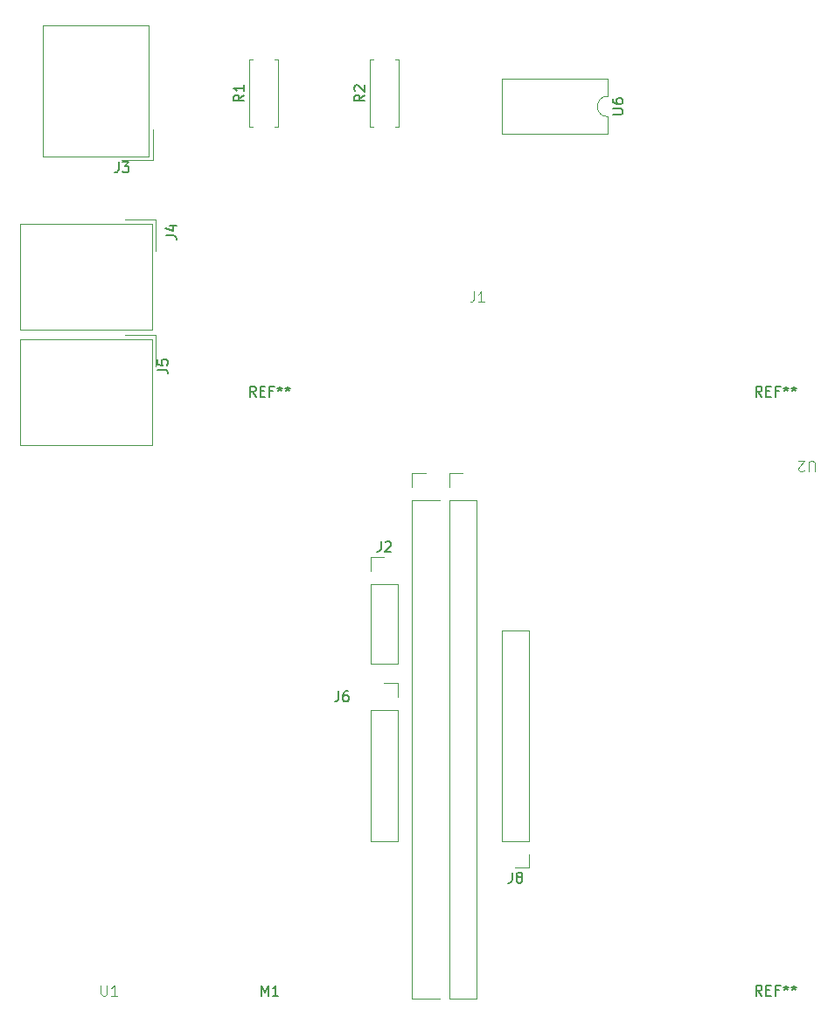
<source format=gbr>
%TF.GenerationSoftware,KiCad,Pcbnew,7.0.5*%
%TF.CreationDate,2023-06-09T18:15:06-05:00*%
%TF.ProjectId,pcbpai,70636270-6169-42e6-9b69-6361645f7063,rev?*%
%TF.SameCoordinates,Original*%
%TF.FileFunction,Legend,Top*%
%TF.FilePolarity,Positive*%
%FSLAX46Y46*%
G04 Gerber Fmt 4.6, Leading zero omitted, Abs format (unit mm)*
G04 Created by KiCad (PCBNEW 7.0.5) date 2023-06-09 18:15:06*
%MOMM*%
%LPD*%
G01*
G04 APERTURE LIST*
%ADD10C,0.150000*%
%ADD11C,0.100000*%
%ADD12C,0.120000*%
G04 APERTURE END LIST*
D10*
%TO.C,J6*%
X160666666Y-126454819D02*
X160666666Y-127169104D01*
X160666666Y-127169104D02*
X160619047Y-127311961D01*
X160619047Y-127311961D02*
X160523809Y-127407200D01*
X160523809Y-127407200D02*
X160380952Y-127454819D01*
X160380952Y-127454819D02*
X160285714Y-127454819D01*
X161571428Y-126454819D02*
X161380952Y-126454819D01*
X161380952Y-126454819D02*
X161285714Y-126502438D01*
X161285714Y-126502438D02*
X161238095Y-126550057D01*
X161238095Y-126550057D02*
X161142857Y-126692914D01*
X161142857Y-126692914D02*
X161095238Y-126883390D01*
X161095238Y-126883390D02*
X161095238Y-127264342D01*
X161095238Y-127264342D02*
X161142857Y-127359580D01*
X161142857Y-127359580D02*
X161190476Y-127407200D01*
X161190476Y-127407200D02*
X161285714Y-127454819D01*
X161285714Y-127454819D02*
X161476190Y-127454819D01*
X161476190Y-127454819D02*
X161571428Y-127407200D01*
X161571428Y-127407200D02*
X161619047Y-127359580D01*
X161619047Y-127359580D02*
X161666666Y-127264342D01*
X161666666Y-127264342D02*
X161666666Y-127026247D01*
X161666666Y-127026247D02*
X161619047Y-126931009D01*
X161619047Y-126931009D02*
X161571428Y-126883390D01*
X161571428Y-126883390D02*
X161476190Y-126835771D01*
X161476190Y-126835771D02*
X161285714Y-126835771D01*
X161285714Y-126835771D02*
X161190476Y-126883390D01*
X161190476Y-126883390D02*
X161142857Y-126931009D01*
X161142857Y-126931009D02*
X161095238Y-127026247D01*
D11*
%TO.C,J1*%
X173786666Y-87777419D02*
X173786666Y-88491704D01*
X173786666Y-88491704D02*
X173739047Y-88634561D01*
X173739047Y-88634561D02*
X173643809Y-88729800D01*
X173643809Y-88729800D02*
X173500952Y-88777419D01*
X173500952Y-88777419D02*
X173405714Y-88777419D01*
X174786666Y-88777419D02*
X174215238Y-88777419D01*
X174500952Y-88777419D02*
X174500952Y-87777419D01*
X174500952Y-87777419D02*
X174405714Y-87920276D01*
X174405714Y-87920276D02*
X174310476Y-88015514D01*
X174310476Y-88015514D02*
X174215238Y-88063133D01*
D10*
%TO.C,M1*%
X153190476Y-155954819D02*
X153190476Y-154954819D01*
X153190476Y-154954819D02*
X153523809Y-155669104D01*
X153523809Y-155669104D02*
X153857142Y-154954819D01*
X153857142Y-154954819D02*
X153857142Y-155954819D01*
X154857142Y-155954819D02*
X154285714Y-155954819D01*
X154571428Y-155954819D02*
X154571428Y-154954819D01*
X154571428Y-154954819D02*
X154476190Y-155097676D01*
X154476190Y-155097676D02*
X154380952Y-155192914D01*
X154380952Y-155192914D02*
X154285714Y-155240533D01*
%TO.C,R1*%
X151514819Y-68746666D02*
X151038628Y-69079999D01*
X151514819Y-69318094D02*
X150514819Y-69318094D01*
X150514819Y-69318094D02*
X150514819Y-68937142D01*
X150514819Y-68937142D02*
X150562438Y-68841904D01*
X150562438Y-68841904D02*
X150610057Y-68794285D01*
X150610057Y-68794285D02*
X150705295Y-68746666D01*
X150705295Y-68746666D02*
X150848152Y-68746666D01*
X150848152Y-68746666D02*
X150943390Y-68794285D01*
X150943390Y-68794285D02*
X150991009Y-68841904D01*
X150991009Y-68841904D02*
X151038628Y-68937142D01*
X151038628Y-68937142D02*
X151038628Y-69318094D01*
X151514819Y-67794285D02*
X151514819Y-68365713D01*
X151514819Y-68079999D02*
X150514819Y-68079999D01*
X150514819Y-68079999D02*
X150657676Y-68175237D01*
X150657676Y-68175237D02*
X150752914Y-68270475D01*
X150752914Y-68270475D02*
X150800533Y-68365713D01*
%TO.C,J2*%
X164766666Y-111964819D02*
X164766666Y-112679104D01*
X164766666Y-112679104D02*
X164719047Y-112821961D01*
X164719047Y-112821961D02*
X164623809Y-112917200D01*
X164623809Y-112917200D02*
X164480952Y-112964819D01*
X164480952Y-112964819D02*
X164385714Y-112964819D01*
X165195238Y-112060057D02*
X165242857Y-112012438D01*
X165242857Y-112012438D02*
X165338095Y-111964819D01*
X165338095Y-111964819D02*
X165576190Y-111964819D01*
X165576190Y-111964819D02*
X165671428Y-112012438D01*
X165671428Y-112012438D02*
X165719047Y-112060057D01*
X165719047Y-112060057D02*
X165766666Y-112155295D01*
X165766666Y-112155295D02*
X165766666Y-112250533D01*
X165766666Y-112250533D02*
X165719047Y-112393390D01*
X165719047Y-112393390D02*
X165147619Y-112964819D01*
X165147619Y-112964819D02*
X165766666Y-112964819D01*
%TO.C,REF\u002A\u002A*%
X201666666Y-97954819D02*
X201333333Y-97478628D01*
X201095238Y-97954819D02*
X201095238Y-96954819D01*
X201095238Y-96954819D02*
X201476190Y-96954819D01*
X201476190Y-96954819D02*
X201571428Y-97002438D01*
X201571428Y-97002438D02*
X201619047Y-97050057D01*
X201619047Y-97050057D02*
X201666666Y-97145295D01*
X201666666Y-97145295D02*
X201666666Y-97288152D01*
X201666666Y-97288152D02*
X201619047Y-97383390D01*
X201619047Y-97383390D02*
X201571428Y-97431009D01*
X201571428Y-97431009D02*
X201476190Y-97478628D01*
X201476190Y-97478628D02*
X201095238Y-97478628D01*
X202095238Y-97431009D02*
X202428571Y-97431009D01*
X202571428Y-97954819D02*
X202095238Y-97954819D01*
X202095238Y-97954819D02*
X202095238Y-96954819D01*
X202095238Y-96954819D02*
X202571428Y-96954819D01*
X203333333Y-97431009D02*
X203000000Y-97431009D01*
X203000000Y-97954819D02*
X203000000Y-96954819D01*
X203000000Y-96954819D02*
X203476190Y-96954819D01*
X204000000Y-96954819D02*
X204000000Y-97192914D01*
X203761905Y-97097676D02*
X204000000Y-97192914D01*
X204000000Y-97192914D02*
X204238095Y-97097676D01*
X203857143Y-97383390D02*
X204000000Y-97192914D01*
X204000000Y-97192914D02*
X204142857Y-97383390D01*
X204761905Y-96954819D02*
X204761905Y-97192914D01*
X204523810Y-97097676D02*
X204761905Y-97192914D01*
X204761905Y-97192914D02*
X205000000Y-97097676D01*
X204619048Y-97383390D02*
X204761905Y-97192914D01*
X204761905Y-97192914D02*
X204904762Y-97383390D01*
%TO.C,U6*%
X187204819Y-70611904D02*
X188014342Y-70611904D01*
X188014342Y-70611904D02*
X188109580Y-70564285D01*
X188109580Y-70564285D02*
X188157200Y-70516666D01*
X188157200Y-70516666D02*
X188204819Y-70421428D01*
X188204819Y-70421428D02*
X188204819Y-70230952D01*
X188204819Y-70230952D02*
X188157200Y-70135714D01*
X188157200Y-70135714D02*
X188109580Y-70088095D01*
X188109580Y-70088095D02*
X188014342Y-70040476D01*
X188014342Y-70040476D02*
X187204819Y-70040476D01*
X187204819Y-69135714D02*
X187204819Y-69326190D01*
X187204819Y-69326190D02*
X187252438Y-69421428D01*
X187252438Y-69421428D02*
X187300057Y-69469047D01*
X187300057Y-69469047D02*
X187442914Y-69564285D01*
X187442914Y-69564285D02*
X187633390Y-69611904D01*
X187633390Y-69611904D02*
X188014342Y-69611904D01*
X188014342Y-69611904D02*
X188109580Y-69564285D01*
X188109580Y-69564285D02*
X188157200Y-69516666D01*
X188157200Y-69516666D02*
X188204819Y-69421428D01*
X188204819Y-69421428D02*
X188204819Y-69230952D01*
X188204819Y-69230952D02*
X188157200Y-69135714D01*
X188157200Y-69135714D02*
X188109580Y-69088095D01*
X188109580Y-69088095D02*
X188014342Y-69040476D01*
X188014342Y-69040476D02*
X187776247Y-69040476D01*
X187776247Y-69040476D02*
X187681009Y-69088095D01*
X187681009Y-69088095D02*
X187633390Y-69135714D01*
X187633390Y-69135714D02*
X187585771Y-69230952D01*
X187585771Y-69230952D02*
X187585771Y-69421428D01*
X187585771Y-69421428D02*
X187633390Y-69516666D01*
X187633390Y-69516666D02*
X187681009Y-69564285D01*
X187681009Y-69564285D02*
X187776247Y-69611904D01*
%TO.C,REF\u002A\u002A*%
X201666666Y-155954819D02*
X201333333Y-155478628D01*
X201095238Y-155954819D02*
X201095238Y-154954819D01*
X201095238Y-154954819D02*
X201476190Y-154954819D01*
X201476190Y-154954819D02*
X201571428Y-155002438D01*
X201571428Y-155002438D02*
X201619047Y-155050057D01*
X201619047Y-155050057D02*
X201666666Y-155145295D01*
X201666666Y-155145295D02*
X201666666Y-155288152D01*
X201666666Y-155288152D02*
X201619047Y-155383390D01*
X201619047Y-155383390D02*
X201571428Y-155431009D01*
X201571428Y-155431009D02*
X201476190Y-155478628D01*
X201476190Y-155478628D02*
X201095238Y-155478628D01*
X202095238Y-155431009D02*
X202428571Y-155431009D01*
X202571428Y-155954819D02*
X202095238Y-155954819D01*
X202095238Y-155954819D02*
X202095238Y-154954819D01*
X202095238Y-154954819D02*
X202571428Y-154954819D01*
X203333333Y-155431009D02*
X203000000Y-155431009D01*
X203000000Y-155954819D02*
X203000000Y-154954819D01*
X203000000Y-154954819D02*
X203476190Y-154954819D01*
X204000000Y-154954819D02*
X204000000Y-155192914D01*
X203761905Y-155097676D02*
X204000000Y-155192914D01*
X204000000Y-155192914D02*
X204238095Y-155097676D01*
X203857143Y-155383390D02*
X204000000Y-155192914D01*
X204000000Y-155192914D02*
X204142857Y-155383390D01*
X204761905Y-154954819D02*
X204761905Y-155192914D01*
X204523810Y-155097676D02*
X204761905Y-155192914D01*
X204761905Y-155192914D02*
X205000000Y-155097676D01*
X204619048Y-155383390D02*
X204761905Y-155192914D01*
X204761905Y-155192914D02*
X204904762Y-155383390D01*
%TO.C,J3*%
X139366666Y-75234819D02*
X139366666Y-75949104D01*
X139366666Y-75949104D02*
X139319047Y-76091961D01*
X139319047Y-76091961D02*
X139223809Y-76187200D01*
X139223809Y-76187200D02*
X139080952Y-76234819D01*
X139080952Y-76234819D02*
X138985714Y-76234819D01*
X139747619Y-75234819D02*
X140366666Y-75234819D01*
X140366666Y-75234819D02*
X140033333Y-75615771D01*
X140033333Y-75615771D02*
X140176190Y-75615771D01*
X140176190Y-75615771D02*
X140271428Y-75663390D01*
X140271428Y-75663390D02*
X140319047Y-75711009D01*
X140319047Y-75711009D02*
X140366666Y-75806247D01*
X140366666Y-75806247D02*
X140366666Y-76044342D01*
X140366666Y-76044342D02*
X140319047Y-76139580D01*
X140319047Y-76139580D02*
X140271428Y-76187200D01*
X140271428Y-76187200D02*
X140176190Y-76234819D01*
X140176190Y-76234819D02*
X139890476Y-76234819D01*
X139890476Y-76234819D02*
X139795238Y-76187200D01*
X139795238Y-76187200D02*
X139747619Y-76139580D01*
%TO.C,J4*%
X143954819Y-82333333D02*
X144669104Y-82333333D01*
X144669104Y-82333333D02*
X144811961Y-82380952D01*
X144811961Y-82380952D02*
X144907200Y-82476190D01*
X144907200Y-82476190D02*
X144954819Y-82619047D01*
X144954819Y-82619047D02*
X144954819Y-82714285D01*
X144288152Y-81428571D02*
X144954819Y-81428571D01*
X143907200Y-81666666D02*
X144621485Y-81904761D01*
X144621485Y-81904761D02*
X144621485Y-81285714D01*
D11*
%TO.C,U2*%
X206771904Y-105182580D02*
X206771904Y-104373057D01*
X206771904Y-104373057D02*
X206724285Y-104277819D01*
X206724285Y-104277819D02*
X206676666Y-104230200D01*
X206676666Y-104230200D02*
X206581428Y-104182580D01*
X206581428Y-104182580D02*
X206390952Y-104182580D01*
X206390952Y-104182580D02*
X206295714Y-104230200D01*
X206295714Y-104230200D02*
X206248095Y-104277819D01*
X206248095Y-104277819D02*
X206200476Y-104373057D01*
X206200476Y-104373057D02*
X206200476Y-105182580D01*
X205771904Y-105087342D02*
X205724285Y-105134961D01*
X205724285Y-105134961D02*
X205629047Y-105182580D01*
X205629047Y-105182580D02*
X205390952Y-105182580D01*
X205390952Y-105182580D02*
X205295714Y-105134961D01*
X205295714Y-105134961D02*
X205248095Y-105087342D01*
X205248095Y-105087342D02*
X205200476Y-104992104D01*
X205200476Y-104992104D02*
X205200476Y-104896866D01*
X205200476Y-104896866D02*
X205248095Y-104754009D01*
X205248095Y-104754009D02*
X205819523Y-104182580D01*
X205819523Y-104182580D02*
X205200476Y-104182580D01*
D10*
%TO.C,REF\u002A\u002A*%
X152666666Y-97954819D02*
X152333333Y-97478628D01*
X152095238Y-97954819D02*
X152095238Y-96954819D01*
X152095238Y-96954819D02*
X152476190Y-96954819D01*
X152476190Y-96954819D02*
X152571428Y-97002438D01*
X152571428Y-97002438D02*
X152619047Y-97050057D01*
X152619047Y-97050057D02*
X152666666Y-97145295D01*
X152666666Y-97145295D02*
X152666666Y-97288152D01*
X152666666Y-97288152D02*
X152619047Y-97383390D01*
X152619047Y-97383390D02*
X152571428Y-97431009D01*
X152571428Y-97431009D02*
X152476190Y-97478628D01*
X152476190Y-97478628D02*
X152095238Y-97478628D01*
X153095238Y-97431009D02*
X153428571Y-97431009D01*
X153571428Y-97954819D02*
X153095238Y-97954819D01*
X153095238Y-97954819D02*
X153095238Y-96954819D01*
X153095238Y-96954819D02*
X153571428Y-96954819D01*
X154333333Y-97431009D02*
X154000000Y-97431009D01*
X154000000Y-97954819D02*
X154000000Y-96954819D01*
X154000000Y-96954819D02*
X154476190Y-96954819D01*
X155000000Y-96954819D02*
X155000000Y-97192914D01*
X154761905Y-97097676D02*
X155000000Y-97192914D01*
X155000000Y-97192914D02*
X155238095Y-97097676D01*
X154857143Y-97383390D02*
X155000000Y-97192914D01*
X155000000Y-97192914D02*
X155142857Y-97383390D01*
X155761905Y-96954819D02*
X155761905Y-97192914D01*
X155523810Y-97097676D02*
X155761905Y-97192914D01*
X155761905Y-97192914D02*
X156000000Y-97097676D01*
X155619048Y-97383390D02*
X155761905Y-97192914D01*
X155761905Y-97192914D02*
X155904762Y-97383390D01*
%TO.C,R2*%
X163184819Y-68746666D02*
X162708628Y-69079999D01*
X163184819Y-69318094D02*
X162184819Y-69318094D01*
X162184819Y-69318094D02*
X162184819Y-68937142D01*
X162184819Y-68937142D02*
X162232438Y-68841904D01*
X162232438Y-68841904D02*
X162280057Y-68794285D01*
X162280057Y-68794285D02*
X162375295Y-68746666D01*
X162375295Y-68746666D02*
X162518152Y-68746666D01*
X162518152Y-68746666D02*
X162613390Y-68794285D01*
X162613390Y-68794285D02*
X162661009Y-68841904D01*
X162661009Y-68841904D02*
X162708628Y-68937142D01*
X162708628Y-68937142D02*
X162708628Y-69318094D01*
X162280057Y-68365713D02*
X162232438Y-68318094D01*
X162232438Y-68318094D02*
X162184819Y-68222856D01*
X162184819Y-68222856D02*
X162184819Y-67984761D01*
X162184819Y-67984761D02*
X162232438Y-67889523D01*
X162232438Y-67889523D02*
X162280057Y-67841904D01*
X162280057Y-67841904D02*
X162375295Y-67794285D01*
X162375295Y-67794285D02*
X162470533Y-67794285D01*
X162470533Y-67794285D02*
X162613390Y-67841904D01*
X162613390Y-67841904D02*
X163184819Y-68413332D01*
X163184819Y-68413332D02*
X163184819Y-67794285D01*
D11*
%TO.C,U1*%
X137668095Y-154947419D02*
X137668095Y-155756942D01*
X137668095Y-155756942D02*
X137715714Y-155852180D01*
X137715714Y-155852180D02*
X137763333Y-155899800D01*
X137763333Y-155899800D02*
X137858571Y-155947419D01*
X137858571Y-155947419D02*
X138049047Y-155947419D01*
X138049047Y-155947419D02*
X138144285Y-155899800D01*
X138144285Y-155899800D02*
X138191904Y-155852180D01*
X138191904Y-155852180D02*
X138239523Y-155756942D01*
X138239523Y-155756942D02*
X138239523Y-154947419D01*
X139239523Y-155947419D02*
X138668095Y-155947419D01*
X138953809Y-155947419D02*
X138953809Y-154947419D01*
X138953809Y-154947419D02*
X138858571Y-155090276D01*
X138858571Y-155090276D02*
X138763333Y-155185514D01*
X138763333Y-155185514D02*
X138668095Y-155233133D01*
D10*
%TO.C,J5*%
X143154819Y-95333333D02*
X143869104Y-95333333D01*
X143869104Y-95333333D02*
X144011961Y-95380952D01*
X144011961Y-95380952D02*
X144107200Y-95476190D01*
X144107200Y-95476190D02*
X144154819Y-95619047D01*
X144154819Y-95619047D02*
X144154819Y-95714285D01*
X143154819Y-94380952D02*
X143154819Y-94857142D01*
X143154819Y-94857142D02*
X143631009Y-94904761D01*
X143631009Y-94904761D02*
X143583390Y-94857142D01*
X143583390Y-94857142D02*
X143535771Y-94761904D01*
X143535771Y-94761904D02*
X143535771Y-94523809D01*
X143535771Y-94523809D02*
X143583390Y-94428571D01*
X143583390Y-94428571D02*
X143631009Y-94380952D01*
X143631009Y-94380952D02*
X143726247Y-94333333D01*
X143726247Y-94333333D02*
X143964342Y-94333333D01*
X143964342Y-94333333D02*
X144059580Y-94380952D01*
X144059580Y-94380952D02*
X144107200Y-94428571D01*
X144107200Y-94428571D02*
X144154819Y-94523809D01*
X144154819Y-94523809D02*
X144154819Y-94761904D01*
X144154819Y-94761904D02*
X144107200Y-94857142D01*
X144107200Y-94857142D02*
X144059580Y-94904761D01*
%TO.C,J8*%
X177466666Y-144024819D02*
X177466666Y-144739104D01*
X177466666Y-144739104D02*
X177419047Y-144881961D01*
X177419047Y-144881961D02*
X177323809Y-144977200D01*
X177323809Y-144977200D02*
X177180952Y-145024819D01*
X177180952Y-145024819D02*
X177085714Y-145024819D01*
X178085714Y-144453390D02*
X177990476Y-144405771D01*
X177990476Y-144405771D02*
X177942857Y-144358152D01*
X177942857Y-144358152D02*
X177895238Y-144262914D01*
X177895238Y-144262914D02*
X177895238Y-144215295D01*
X177895238Y-144215295D02*
X177942857Y-144120057D01*
X177942857Y-144120057D02*
X177990476Y-144072438D01*
X177990476Y-144072438D02*
X178085714Y-144024819D01*
X178085714Y-144024819D02*
X178276190Y-144024819D01*
X178276190Y-144024819D02*
X178371428Y-144072438D01*
X178371428Y-144072438D02*
X178419047Y-144120057D01*
X178419047Y-144120057D02*
X178466666Y-144215295D01*
X178466666Y-144215295D02*
X178466666Y-144262914D01*
X178466666Y-144262914D02*
X178419047Y-144358152D01*
X178419047Y-144358152D02*
X178371428Y-144405771D01*
X178371428Y-144405771D02*
X178276190Y-144453390D01*
X178276190Y-144453390D02*
X178085714Y-144453390D01*
X178085714Y-144453390D02*
X177990476Y-144501009D01*
X177990476Y-144501009D02*
X177942857Y-144548628D01*
X177942857Y-144548628D02*
X177895238Y-144643866D01*
X177895238Y-144643866D02*
X177895238Y-144834342D01*
X177895238Y-144834342D02*
X177942857Y-144929580D01*
X177942857Y-144929580D02*
X177990476Y-144977200D01*
X177990476Y-144977200D02*
X178085714Y-145024819D01*
X178085714Y-145024819D02*
X178276190Y-145024819D01*
X178276190Y-145024819D02*
X178371428Y-144977200D01*
X178371428Y-144977200D02*
X178419047Y-144929580D01*
X178419047Y-144929580D02*
X178466666Y-144834342D01*
X178466666Y-144834342D02*
X178466666Y-144643866D01*
X178466666Y-144643866D02*
X178419047Y-144548628D01*
X178419047Y-144548628D02*
X178371428Y-144501009D01*
X178371428Y-144501009D02*
X178276190Y-144453390D01*
D12*
%TO.C,J6*%
X163770000Y-128270000D02*
X163770000Y-141030000D01*
X163770000Y-128270000D02*
X166430000Y-128270000D01*
X163770000Y-141030000D02*
X166430000Y-141030000D01*
X165100000Y-125670000D02*
X166430000Y-125670000D01*
X166430000Y-125670000D02*
X166430000Y-127000000D01*
X166430000Y-128270000D02*
X166430000Y-141030000D01*
%TO.C,R1*%
X152060000Y-71850000D02*
X152060000Y-65310000D01*
X152390000Y-71850000D02*
X152060000Y-71850000D01*
X154470000Y-71850000D02*
X154800000Y-71850000D01*
X154800000Y-71850000D02*
X154800000Y-65310000D01*
X152060000Y-65310000D02*
X152390000Y-65310000D01*
X154800000Y-65310000D02*
X154470000Y-65310000D01*
%TO.C,J2*%
X163770000Y-113510000D02*
X165100000Y-113510000D01*
X163770000Y-114840000D02*
X163770000Y-113510000D01*
X163770000Y-116110000D02*
X163770000Y-123790000D01*
X163770000Y-116110000D02*
X166430000Y-116110000D01*
X163770000Y-123790000D02*
X166430000Y-123790000D01*
X166430000Y-116110000D02*
X166430000Y-123790000D01*
%TO.C,U6*%
X186750000Y-67200000D02*
X176470000Y-67200000D01*
X176470000Y-67200000D02*
X176470000Y-72500000D01*
X186750000Y-68850000D02*
X186750000Y-67200000D01*
X186750000Y-72500000D02*
X186750000Y-70850000D01*
X176470000Y-72500000D02*
X186750000Y-72500000D01*
X186750000Y-68850000D02*
G75*
G03*
X186750000Y-70850000I0J-1000000D01*
G01*
%TO.C,J3*%
X142700000Y-75080000D02*
X139700000Y-75080000D01*
X142700000Y-72080000D02*
X142700000Y-75080000D01*
X142320000Y-74700000D02*
X142320000Y-61960000D01*
X142320000Y-74700000D02*
X142320000Y-61960000D01*
X142320000Y-74700000D02*
X132080000Y-74700000D01*
X142320000Y-74700000D02*
X132080000Y-74700000D01*
X142320000Y-61960000D02*
X132080000Y-61960000D01*
X142320000Y-61960000D02*
X132080000Y-61960000D01*
X132080000Y-74700000D02*
X132080000Y-61960000D01*
X132080000Y-74700000D02*
X132080000Y-61960000D01*
%TO.C,J4*%
X143000000Y-80820000D02*
X143000000Y-83820000D01*
X140000000Y-80820000D02*
X143000000Y-80820000D01*
X142620000Y-81200000D02*
X129880000Y-81200000D01*
X142620000Y-81200000D02*
X129880000Y-81200000D01*
X142620000Y-81200000D02*
X142620000Y-91440000D01*
X142620000Y-81200000D02*
X142620000Y-91440000D01*
X129880000Y-81200000D02*
X129880000Y-91440000D01*
X129880000Y-81200000D02*
X129880000Y-91440000D01*
X142620000Y-91440000D02*
X129880000Y-91440000D01*
X142620000Y-91440000D02*
X129880000Y-91440000D01*
%TO.C,R2*%
X163730000Y-71850000D02*
X163730000Y-65310000D01*
X164060000Y-71850000D02*
X163730000Y-71850000D01*
X166140000Y-71850000D02*
X166470000Y-71850000D01*
X166470000Y-71850000D02*
X166470000Y-65310000D01*
X163730000Y-65310000D02*
X164060000Y-65310000D01*
X166470000Y-65310000D02*
X166140000Y-65310000D01*
%TO.C,J5*%
X143000000Y-92000000D02*
X143000000Y-95000000D01*
X140000000Y-92000000D02*
X143000000Y-92000000D01*
X142620000Y-92380000D02*
X129880000Y-92380000D01*
X142620000Y-92380000D02*
X129880000Y-92380000D01*
X142620000Y-92380000D02*
X142620000Y-102620000D01*
X142620000Y-92380000D02*
X142620000Y-102620000D01*
X129880000Y-92380000D02*
X129880000Y-102620000D01*
X129880000Y-92380000D02*
X129880000Y-102620000D01*
X142620000Y-102620000D02*
X129880000Y-102620000D01*
X142620000Y-102620000D02*
X129880000Y-102620000D01*
%TO.C,U3*%
X167790000Y-105350000D02*
X169120000Y-105350000D01*
X167790000Y-106680000D02*
X167790000Y-105350000D01*
X167790000Y-107950000D02*
X167790000Y-156270000D01*
X167790000Y-107950000D02*
X170450000Y-107950000D01*
X167790000Y-156270000D02*
X170450000Y-156270000D01*
X171390000Y-105350000D02*
X172720000Y-105350000D01*
X171390000Y-106680000D02*
X171390000Y-105350000D01*
X171390000Y-107950000D02*
X171390000Y-156270000D01*
X171390000Y-107950000D02*
X174050000Y-107950000D01*
X171390000Y-156270000D02*
X174050000Y-156270000D01*
X174050000Y-107950000D02*
X174050000Y-156270000D01*
%TO.C,J8*%
X179130000Y-143570000D02*
X177800000Y-143570000D01*
X179130000Y-142240000D02*
X179130000Y-143570000D01*
X179130000Y-140970000D02*
X179130000Y-120590000D01*
X179130000Y-140970000D02*
X176470000Y-140970000D01*
X179130000Y-120590000D02*
X176470000Y-120590000D01*
X176470000Y-140970000D02*
X176470000Y-120590000D01*
%TD*%
M02*

</source>
